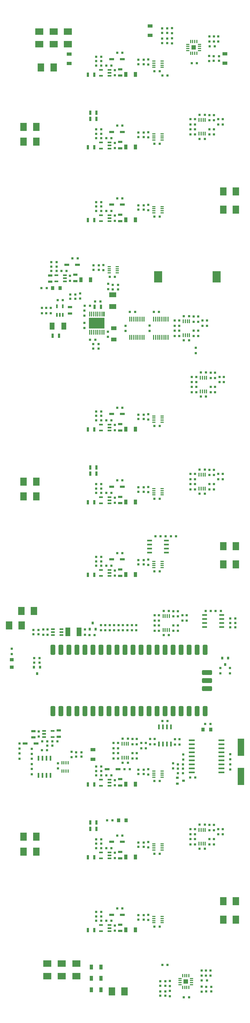
<source format=gtp>
G04*
G04 #@! TF.GenerationSoftware,Altium Limited,Altium Designer,22.4.2 (48)*
G04*
G04 Layer_Color=8421504*
%FSAX44Y44*%
%MOMM*%
G71*
G04*
G04 #@! TF.SameCoordinates,DBCC749B-C238-474B-BC69-C92A193A0D89*
G04*
G04*
G04 #@! TF.FilePolarity,Positive*
G04*
G01*
G75*
%ADD16R,2.6000X3.6000*%
%ADD17R,0.8000X0.8000*%
%ADD18R,0.8000X0.8000*%
%ADD19R,2.5000X2.0000*%
%ADD20R,1.6000X1.0000*%
%ADD21R,1.6000X0.8000*%
G04:AMPARAMS|DCode=22|XSize=3.2mm|YSize=1.6mm|CornerRadius=0.4mm|HoleSize=0mm|Usage=FLASHONLY|Rotation=270.000|XOffset=0mm|YOffset=0mm|HoleType=Round|Shape=RoundedRectangle|*
%AMROUNDEDRECTD22*
21,1,3.2000,0.8000,0,0,270.0*
21,1,2.4000,1.6000,0,0,270.0*
1,1,0.8000,-0.4000,-1.2000*
1,1,0.8000,-0.4000,1.2000*
1,1,0.8000,0.4000,1.2000*
1,1,0.8000,0.4000,-1.2000*
%
%ADD22ROUNDEDRECTD22*%
G04:AMPARAMS|DCode=23|XSize=3.2mm|YSize=1.6mm|CornerRadius=0.4mm|HoleSize=0mm|Usage=FLASHONLY|Rotation=0.000|XOffset=0mm|YOffset=0mm|HoleType=Round|Shape=RoundedRectangle|*
%AMROUNDEDRECTD23*
21,1,3.2000,0.8000,0,0,0.0*
21,1,2.4000,1.6000,0,0,0.0*
1,1,0.8000,1.2000,-0.4000*
1,1,0.8000,-1.2000,-0.4000*
1,1,0.8000,-1.2000,0.4000*
1,1,0.8000,1.2000,0.4000*
%
%ADD23ROUNDEDRECTD23*%
%ADD24R,0.4500X1.5000*%
%ADD25R,0.9500X0.8000*%
%ADD26R,1.5000X2.8000*%
%ADD27R,0.8000X1.4000*%
%ADD28R,1.4000X0.8000*%
%ADD29R,0.9900X0.3400*%
%ADD30R,0.3400X0.9900*%
%ADD31R,0.8000X0.9500*%
%ADD32R,2.3000X1.5000*%
%ADD33R,1.5000X2.3000*%
%ADD34R,1.2000X0.6000*%
%ADD35R,2.0000X2.5000*%
%ADD36R,1.0000X1.3000*%
%ADD37R,0.4000X1.1000*%
%ADD38R,0.6000X1.5500*%
%ADD39R,1.9000X0.6000*%
%ADD40R,2.0000X5.5000*%
%ADD41R,1.3000X1.0000*%
%ADD42R,1.7000X1.2500*%
%ADD43R,5.0000X3.4000*%
G04:AMPARAMS|DCode=44|XSize=1.5mm|YSize=0.45mm|CornerRadius=0.1125mm|HoleSize=0mm|Usage=FLASHONLY|Rotation=270.000|XOffset=0mm|YOffset=0mm|HoleType=Round|Shape=RoundedRectangle|*
%AMROUNDEDRECTD44*
21,1,1.5000,0.2250,0,0,270.0*
21,1,1.2750,0.4500,0,0,270.0*
1,1,0.2250,-0.1125,-0.6375*
1,1,0.2250,-0.1125,0.6375*
1,1,0.2250,0.1125,0.6375*
1,1,0.2250,0.1125,-0.6375*
%
%ADD44ROUNDEDRECTD44*%
%ADD45R,0.6000X1.2000*%
%ADD46R,1.0000X1.6000*%
%ADD47R,1.5500X0.6000*%
%ADD48R,0.4500X1.1500*%
%ADD49R,1.1000X0.4000*%
G36*
X00583200Y00144800D02*
X00596800D01*
Y00131200D01*
X00583200D01*
Y00144800D01*
D02*
G37*
G36*
X00608200Y03098800D02*
X00621800D01*
Y03085200D01*
X00608200D01*
Y03098800D01*
D02*
G37*
D16*
X00502500Y02367000D02*
D03*
X00687500D02*
D03*
D17*
X00701250Y01310000D02*
D03*
X00684750D02*
D03*
X00515750Y03003000D02*
D03*
X00532250D02*
D03*
X00581250Y00811000D02*
D03*
X00564750D02*
D03*
X00581250Y00797000D02*
D03*
X00564750D02*
D03*
X00620250Y00783000D02*
D03*
X00603750D02*
D03*
X00389250Y00369000D02*
D03*
X00372750D02*
D03*
X00389250Y01493000D02*
D03*
X00372750D02*
D03*
X00358750Y02341000D02*
D03*
X00375250D02*
D03*
X00358750Y02327000D02*
D03*
X00375250D02*
D03*
X00240250Y02311000D02*
D03*
X00223750D02*
D03*
X00240250Y02297000D02*
D03*
X00223750D02*
D03*
X00600250Y00088000D02*
D03*
X00583750D02*
D03*
X00525250Y00107000D02*
D03*
X00508750D02*
D03*
X00525250Y00139000D02*
D03*
X00508750D02*
D03*
X00525255Y00092998D02*
D03*
X00508755D02*
D03*
X00525255Y00124997D02*
D03*
X00508755D02*
D03*
X00654745Y00121003D02*
D03*
X00671245D02*
D03*
X00654750Y00107000D02*
D03*
X00671250D02*
D03*
X00640750Y00142000D02*
D03*
X00657250D02*
D03*
X00284750Y01234000D02*
D03*
X00149250Y02331000D02*
D03*
X00132750D02*
D03*
X00126250Y01147000D02*
D03*
X00109750D02*
D03*
X00126250Y01161000D02*
D03*
X00109750Y01161000D02*
D03*
X00242750Y00863000D02*
D03*
X00259250D02*
D03*
X00242750Y00849000D02*
D03*
X00259250D02*
D03*
X00581250Y00825000D02*
D03*
X00564750Y00825000D02*
D03*
X00515750Y00962000D02*
D03*
X00532250D02*
D03*
X00133750Y00870000D02*
D03*
X00150250Y00870000D02*
D03*
X00123250Y01250000D02*
D03*
X00106750D02*
D03*
X00123250Y01236000D02*
D03*
X00106750Y01236000D02*
D03*
X00301250Y01234000D02*
D03*
X00319250Y02289000D02*
D03*
X00302750D02*
D03*
X00296750Y02154000D02*
D03*
X00313250D02*
D03*
X00286750Y02168000D02*
D03*
X00303250D02*
D03*
X00665750Y03096000D02*
D03*
X00682250D02*
D03*
X00695250Y03050000D02*
D03*
X00678750D02*
D03*
X00695245Y03064003D02*
D03*
X00678745D02*
D03*
X00625250Y03042000D02*
D03*
X00608750D02*
D03*
X00531255Y03105998D02*
D03*
X00514755D02*
D03*
X00531250Y03120000D02*
D03*
X00514750D02*
D03*
X00531255Y03137997D02*
D03*
X00514755D02*
D03*
X00531250Y03152000D02*
D03*
X00514750D02*
D03*
X00389250Y03075000D02*
D03*
X00372750D02*
D03*
X00305750Y03063000D02*
D03*
X00322250D02*
D03*
X00305750Y03049000D02*
D03*
X00322250D02*
D03*
X00389250Y02845000D02*
D03*
X00372750D02*
D03*
X00305750Y02833000D02*
D03*
X00322250D02*
D03*
Y02819000D02*
D03*
X00305750D02*
D03*
X00389250Y02615000D02*
D03*
X00372750D02*
D03*
X00305750Y02603000D02*
D03*
X00322250D02*
D03*
X00305750Y02589000D02*
D03*
X00322250D02*
D03*
X00559250Y01546000D02*
D03*
X00542750D02*
D03*
X00526250D02*
D03*
X00493750D02*
D03*
X00510250D02*
D03*
X00313250Y02140000D02*
D03*
X00296750D02*
D03*
X00183750Y02293000D02*
D03*
X00200250D02*
D03*
X00286250Y02275000D02*
D03*
X00269750D02*
D03*
X00247250Y02425000D02*
D03*
X00230750D02*
D03*
X00163750Y02413000D02*
D03*
X00180250D02*
D03*
X00163750Y02399000D02*
D03*
X00180250D02*
D03*
X00305750Y00358000D02*
D03*
X00322250D02*
D03*
Y00344000D02*
D03*
X00305750D02*
D03*
X00389250Y00600000D02*
D03*
X00372750D02*
D03*
X00305750Y00588000D02*
D03*
X00322250D02*
D03*
X00322250Y00574000D02*
D03*
X00305750D02*
D03*
X00395750Y00810000D02*
D03*
X00412250D02*
D03*
X00305750Y01481000D02*
D03*
X00322250D02*
D03*
X00305750Y01467000D02*
D03*
X00322250D02*
D03*
X00305750Y03035000D02*
D03*
X00322250D02*
D03*
X00305750Y02805000D02*
D03*
X00322250D02*
D03*
X00305750Y02575000D02*
D03*
X00322250D02*
D03*
X00163750Y02385000D02*
D03*
X00180250D02*
D03*
X00183250Y00898000D02*
D03*
X00166750D02*
D03*
X00305750Y01913000D02*
D03*
X00322250D02*
D03*
X00305750Y01683000D02*
D03*
X00322250D02*
D03*
X00305750Y01453000D02*
D03*
X00322250D02*
D03*
X00305750Y00790000D02*
D03*
X00322250D02*
D03*
X00305750Y00560000D02*
D03*
X00322250D02*
D03*
X00305750Y00330000D02*
D03*
X00322250D02*
D03*
X00305750Y01697000D02*
D03*
X00322250D02*
D03*
X00305750Y01711000D02*
D03*
X00322250D02*
D03*
X00389250Y01723000D02*
D03*
X00372750Y01723000D02*
D03*
X00389250Y01953000D02*
D03*
X00372750D02*
D03*
X00305750Y01941000D02*
D03*
X00322250D02*
D03*
Y01927000D02*
D03*
X00305750D02*
D03*
X00505250Y02256000D02*
D03*
X00488750D02*
D03*
X00429250D02*
D03*
X00412750D02*
D03*
X00730750Y01286000D02*
D03*
X00747250D02*
D03*
X00730750Y01272000D02*
D03*
X00747250D02*
D03*
X00730750Y01258000D02*
D03*
X00747250Y01258000D02*
D03*
X00669250Y01310000D02*
D03*
X00652750D02*
D03*
X00322250Y00818000D02*
D03*
X00305750D02*
D03*
Y00804000D02*
D03*
X00322250D02*
D03*
X00150750Y00884000D02*
D03*
X00167250D02*
D03*
X00651750Y00953000D02*
D03*
X00668250Y00953000D02*
D03*
X00633750Y00558000D02*
D03*
X00650250D02*
D03*
X00633750Y00634000D02*
D03*
X00650250Y00634000D02*
D03*
X00600250Y02242000D02*
D03*
X00583750D02*
D03*
X00600250Y02166000D02*
D03*
X00583750D02*
D03*
X00654250Y02064000D02*
D03*
X00637750D02*
D03*
X00654250Y01988000D02*
D03*
X00637750D02*
D03*
X00456250Y00334000D02*
D03*
X00439750D02*
D03*
X00456251Y00347998D02*
D03*
X00439751D02*
D03*
X00490750Y00312000D02*
D03*
X00507250D02*
D03*
X00337750Y00330000D02*
D03*
X00354250D02*
D03*
X00507250Y03017000D02*
D03*
X00490750D02*
D03*
X00456251Y03052998D02*
D03*
X00439751D02*
D03*
X00456250Y03039000D02*
D03*
X00439750D02*
D03*
X00195750Y02385000D02*
D03*
X00212250D02*
D03*
X00337750Y03035000D02*
D03*
X00354250D02*
D03*
X00337750Y02805000D02*
D03*
X00354250D02*
D03*
X00354250Y02575000D02*
D03*
X00337750D02*
D03*
Y01913000D02*
D03*
X00354250D02*
D03*
X00337750Y01683000D02*
D03*
X00354250D02*
D03*
X00337750Y01453000D02*
D03*
X00354250D02*
D03*
X00337750Y00790000D02*
D03*
X00354250D02*
D03*
X00337750Y00560000D02*
D03*
X00354250D02*
D03*
X00151250Y00898000D02*
D03*
X00134750D02*
D03*
X00365250Y02367000D02*
D03*
X00348750D02*
D03*
X00314251Y02402998D02*
D03*
X00297751D02*
D03*
X00314250Y02389000D02*
D03*
X00297750D02*
D03*
X00507250Y02787000D02*
D03*
X00490750D02*
D03*
X00456251Y02822998D02*
D03*
X00439751D02*
D03*
X00456250Y02809000D02*
D03*
X00439750D02*
D03*
X00507250Y02557000D02*
D03*
X00490750D02*
D03*
X00456251Y02592998D02*
D03*
X00439751D02*
D03*
X00456250Y02579000D02*
D03*
X00439750D02*
D03*
X00456251Y01930998D02*
D03*
X00439751D02*
D03*
X00456250Y01917000D02*
D03*
X00439750D02*
D03*
X00456251Y01700998D02*
D03*
X00439751D02*
D03*
X00456250Y01687000D02*
D03*
X00439750D02*
D03*
X00456251Y01470998D02*
D03*
X00439751D02*
D03*
X00456250Y01457000D02*
D03*
X00439750D02*
D03*
X00456251Y00807998D02*
D03*
X00439751D02*
D03*
X00456250Y00794000D02*
D03*
X00439750D02*
D03*
X00456251Y00577998D02*
D03*
X00439751D02*
D03*
X00456250Y00564000D02*
D03*
X00439750D02*
D03*
X00357250Y00648000D02*
D03*
X00340750D02*
D03*
X00519750Y01310000D02*
D03*
X00536250D02*
D03*
X00519750Y01234000D02*
D03*
X00536250Y01234000D02*
D03*
X00507250Y01895000D02*
D03*
X00490750D02*
D03*
X00507250Y01665000D02*
D03*
X00490750D02*
D03*
X00507250Y01435000D02*
D03*
X00490750D02*
D03*
X00507250Y00772000D02*
D03*
X00490750D02*
D03*
X00507250Y00542000D02*
D03*
X00490750D02*
D03*
X00532250Y00191000D02*
D03*
X00515750D02*
D03*
X00406250Y00906000D02*
D03*
X00389750D02*
D03*
X00406250Y00830000D02*
D03*
X00389750D02*
D03*
X00650250Y01757000D02*
D03*
X00633750D02*
D03*
X00650250Y01681000D02*
D03*
X00633750D02*
D03*
X00650250Y02803000D02*
D03*
X00633750D02*
D03*
X00650250Y02879000D02*
D03*
X00633750D02*
D03*
D18*
X00619000Y01711250D02*
D03*
Y01694750D02*
D03*
X00623000Y02033750D02*
D03*
Y02050250D02*
D03*
X00679000Y02816750D02*
D03*
Y02833250D02*
D03*
X00665000D02*
D03*
Y02816750D02*
D03*
X00707000Y02865250D02*
D03*
Y02848750D02*
D03*
X00693000D02*
D03*
Y02865250D02*
D03*
X00619000Y02833250D02*
D03*
Y02816750D02*
D03*
Y02848750D02*
D03*
Y02865250D02*
D03*
X00683000Y02001750D02*
D03*
Y02018250D02*
D03*
X00669000Y02018250D02*
D03*
Y02001750D02*
D03*
X00582000Y00839750D02*
D03*
Y00856250D02*
D03*
X00550000Y00811750D02*
D03*
Y00828250D02*
D03*
X00419000Y01248750D02*
D03*
Y01265250D02*
D03*
X00377000Y01248750D02*
D03*
Y01265250D02*
D03*
X00349000Y01248750D02*
D03*
Y01265250D02*
D03*
X00343999Y02327752D02*
D03*
Y02344252D02*
D03*
X00255000Y02297750D02*
D03*
Y02314250D02*
D03*
X00540000Y00108250D02*
D03*
Y00091750D02*
D03*
Y00140250D02*
D03*
Y00123750D02*
D03*
X00640000Y00105750D02*
D03*
Y00122250D02*
D03*
X00640000Y00173250D02*
D03*
Y00156750D02*
D03*
X00654000Y00173250D02*
D03*
Y00156750D02*
D03*
X00668000Y00173250D02*
D03*
Y00156750D02*
D03*
X00063000Y00874750D02*
D03*
Y00891250D02*
D03*
X00555000Y02196250D02*
D03*
Y02179750D02*
D03*
X00343000Y02176750D02*
D03*
Y02193250D02*
D03*
X00362999Y01248752D02*
D03*
X00391000Y01248750D02*
D03*
X00433000Y01248750D02*
D03*
X00405000Y01248750D02*
D03*
X00391000Y01265250D02*
D03*
X00038000Y01190250D02*
D03*
X00435000Y00843750D02*
D03*
X00228000Y00847750D02*
D03*
Y00864250D02*
D03*
X00185000Y00811750D02*
D03*
Y00828250D02*
D03*
X00491000Y00905250D02*
D03*
Y00888750D02*
D03*
X00477000D02*
D03*
Y00905250D02*
D03*
X00556000Y00904250D02*
D03*
Y00887750D02*
D03*
X00570000D02*
D03*
Y00904250D02*
D03*
X00731000Y00840750D02*
D03*
X00731000Y00857250D02*
D03*
X00731000Y00825250D02*
D03*
X00731000Y00808750D02*
D03*
X00102000Y00874250D02*
D03*
X00102000Y00857750D02*
D03*
X00102000Y00842250D02*
D03*
Y00825750D02*
D03*
X00102000Y00810250D02*
D03*
Y00793750D02*
D03*
X00138000Y01234750D02*
D03*
Y01251250D02*
D03*
X00152000Y01251250D02*
D03*
X00152000Y01234750D02*
D03*
X00270000Y01251250D02*
D03*
X00270000Y01234750D02*
D03*
X00321001Y01248747D02*
D03*
Y01265247D02*
D03*
X00335000Y01265250D02*
D03*
Y01248750D02*
D03*
X00362999Y01265252D02*
D03*
X00433000Y01265250D02*
D03*
X00038000Y01173750D02*
D03*
X00693000Y03127250D02*
D03*
Y03110750D02*
D03*
X00679000Y03110750D02*
D03*
Y03127250D02*
D03*
X00665000Y03110750D02*
D03*
Y03127250D02*
D03*
X00664000Y03048750D02*
D03*
Y03065250D02*
D03*
X00546000Y03121250D02*
D03*
Y03104750D02*
D03*
Y03153250D02*
D03*
Y03136750D02*
D03*
X00148000Y02268250D02*
D03*
Y02251750D02*
D03*
X00162000D02*
D03*
Y02268250D02*
D03*
X00134000Y02268250D02*
D03*
Y02251750D02*
D03*
X00269000Y02260250D02*
D03*
Y02243750D02*
D03*
X00700000Y01112750D02*
D03*
X00700000Y01129250D02*
D03*
X00405000Y01265250D02*
D03*
X00622000Y02142250D02*
D03*
Y02125750D02*
D03*
X00475000Y02212250D02*
D03*
Y02195750D02*
D03*
X00269000Y02221250D02*
D03*
Y02204750D02*
D03*
X00399000Y02212000D02*
D03*
Y02195500D02*
D03*
X00730000Y01112750D02*
D03*
Y01129250D02*
D03*
X00063000Y00859250D02*
D03*
Y00842750D02*
D03*
X00605000Y00588250D02*
D03*
Y00571750D02*
D03*
X00679000D02*
D03*
Y00588250D02*
D03*
X00605000Y00603750D02*
D03*
Y00620250D02*
D03*
X00707000Y00620250D02*
D03*
Y00603750D02*
D03*
X00619000Y00588250D02*
D03*
X00619000Y00571750D02*
D03*
X00619000Y00603750D02*
D03*
Y00620250D02*
D03*
X00665000Y00616750D02*
D03*
Y00633250D02*
D03*
X00679000D02*
D03*
Y00616750D02*
D03*
X00693000Y00603750D02*
D03*
X00693000Y00620250D02*
D03*
X00665000Y00588250D02*
D03*
Y00571750D02*
D03*
X00615000Y02179750D02*
D03*
Y02196250D02*
D03*
X00643000Y02228250D02*
D03*
Y02211750D02*
D03*
X00629000Y02241250D02*
D03*
Y02224750D02*
D03*
X00615000Y02224750D02*
D03*
Y02241250D02*
D03*
X00569000Y02228250D02*
D03*
Y02211750D02*
D03*
X00569000Y02179750D02*
D03*
Y02196250D02*
D03*
X00657000Y02211750D02*
D03*
Y02228250D02*
D03*
X00555000Y02228250D02*
D03*
Y02211750D02*
D03*
X00629000Y02196250D02*
D03*
Y02179750D02*
D03*
X00697000Y02050250D02*
D03*
Y02033750D02*
D03*
X00683000Y02063250D02*
D03*
Y02046750D02*
D03*
X00669000Y02046750D02*
D03*
Y02063250D02*
D03*
X00623000Y02001750D02*
D03*
Y02018250D02*
D03*
X00711000Y02033750D02*
D03*
Y02050250D02*
D03*
X00609000Y02050250D02*
D03*
Y02033750D02*
D03*
X00609000Y02001750D02*
D03*
Y02018250D02*
D03*
X00471000Y00349250D02*
D03*
Y00332750D02*
D03*
X00365000Y00315250D02*
D03*
X00365000Y00298750D02*
D03*
X00471000Y03054250D02*
D03*
Y03037750D02*
D03*
X00223000Y02370250D02*
D03*
Y02353750D02*
D03*
X00365000Y03020250D02*
D03*
Y03003750D02*
D03*
Y02790250D02*
D03*
Y02773750D02*
D03*
Y02543750D02*
D03*
Y02560250D02*
D03*
Y01898250D02*
D03*
Y01881750D02*
D03*
Y01668250D02*
D03*
Y01651750D02*
D03*
Y01438250D02*
D03*
Y01421750D02*
D03*
Y00775250D02*
D03*
Y00758750D02*
D03*
Y00545250D02*
D03*
Y00528750D02*
D03*
X00124000Y00912750D02*
D03*
Y00929250D02*
D03*
X00329000Y02404250D02*
D03*
Y02387750D02*
D03*
X00471000Y02824250D02*
D03*
Y02807750D02*
D03*
Y02594250D02*
D03*
Y02577750D02*
D03*
Y01932250D02*
D03*
Y01915750D02*
D03*
Y01702250D02*
D03*
Y01685750D02*
D03*
Y01472250D02*
D03*
Y01455750D02*
D03*
Y00809250D02*
D03*
Y00792750D02*
D03*
X00471000Y00579250D02*
D03*
Y00562750D02*
D03*
X00551000Y01264250D02*
D03*
Y01247750D02*
D03*
X00579000Y01279750D02*
D03*
Y01296250D02*
D03*
X00565000Y01292750D02*
D03*
Y01309250D02*
D03*
X00551000D02*
D03*
Y01292750D02*
D03*
X00505000Y01279750D02*
D03*
X00505000Y01296250D02*
D03*
X00505000Y01264250D02*
D03*
Y01247750D02*
D03*
X00593000Y01296250D02*
D03*
Y01279750D02*
D03*
X00491000Y01279750D02*
D03*
Y01296250D02*
D03*
X00565000Y01247750D02*
D03*
Y01264250D02*
D03*
X00491000D02*
D03*
Y01247750D02*
D03*
X00421000Y00843750D02*
D03*
Y00860250D02*
D03*
X00449000Y00892250D02*
D03*
Y00875750D02*
D03*
X00435000Y00905250D02*
D03*
X00435000Y00888750D02*
D03*
X00421000Y00888750D02*
D03*
Y00905250D02*
D03*
X00375000Y00892250D02*
D03*
X00375000Y00875750D02*
D03*
X00375000Y00843750D02*
D03*
Y00860250D02*
D03*
X00463000Y00875750D02*
D03*
Y00892250D02*
D03*
X00361000D02*
D03*
Y00875750D02*
D03*
X00435000Y00860250D02*
D03*
X00361000Y00843750D02*
D03*
Y00860250D02*
D03*
X00665000Y01694750D02*
D03*
Y01711250D02*
D03*
X00693000Y01743250D02*
D03*
Y01726750D02*
D03*
X00679000Y01756250D02*
D03*
Y01739750D02*
D03*
X00665000Y01739750D02*
D03*
Y01756250D02*
D03*
X00619000Y01743250D02*
D03*
Y01726750D02*
D03*
X00707000Y01726750D02*
D03*
Y01743250D02*
D03*
X00605000Y01743250D02*
D03*
Y01726750D02*
D03*
X00679000Y01711250D02*
D03*
Y01694750D02*
D03*
X00605000Y01694750D02*
D03*
Y01711250D02*
D03*
X00605000Y02816750D02*
D03*
Y02833250D02*
D03*
Y02865250D02*
D03*
Y02848750D02*
D03*
X00679000Y02878250D02*
D03*
Y02861750D02*
D03*
X00665000Y02861750D02*
D03*
Y02878250D02*
D03*
D19*
X00243000Y00155000D02*
D03*
Y00195000D02*
D03*
X00197000Y00155000D02*
D03*
Y00195000D02*
D03*
X00126000Y03142000D02*
D03*
Y03102000D02*
D03*
X00171000Y03142000D02*
D03*
Y03102000D02*
D03*
X00216000D02*
D03*
Y03142000D02*
D03*
X00151000Y00195000D02*
D03*
Y00155000D02*
D03*
D20*
X00220000Y03071000D02*
D03*
Y03041000D02*
D03*
X00714000Y03072000D02*
D03*
Y03042000D02*
D03*
X00477000Y03130000D02*
D03*
X00477000Y03160000D02*
D03*
X00296000Y00871000D02*
D03*
Y00841000D02*
D03*
D21*
X00389000Y00349000D02*
D03*
X00355000D02*
D03*
X00389000Y01473000D02*
D03*
X00355000D02*
D03*
X00389000Y03055000D02*
D03*
X00355000D02*
D03*
X00389000Y02825000D02*
D03*
X00355000D02*
D03*
X00389000Y02595000D02*
D03*
X00355000D02*
D03*
X00247000Y02405000D02*
D03*
X00213000D02*
D03*
X00389000Y00580000D02*
D03*
X00355000D02*
D03*
X00375000Y00810000D02*
D03*
X00341000D02*
D03*
X00081000Y00891000D02*
D03*
X00115000D02*
D03*
X00389000Y01703000D02*
D03*
X00355000D02*
D03*
X00389000Y01933000D02*
D03*
X00355000D02*
D03*
D22*
X00194100Y01186900D02*
D03*
X00219500D02*
D03*
X00244900D02*
D03*
X00270300D02*
D03*
X00321100D02*
D03*
X00346500D02*
D03*
X00422700D02*
D03*
X00448100D02*
D03*
X00473500D02*
D03*
X00498900D02*
D03*
X00244900Y00993100D02*
D03*
X00397300D02*
D03*
X00422700D02*
D03*
X00371900D02*
D03*
X00346500D02*
D03*
X00321100D02*
D03*
X00295700D02*
D03*
X00270300D02*
D03*
X00219500D02*
D03*
X00194100D02*
D03*
X00168700D02*
D03*
X00651300Y01186900D02*
D03*
X00625900D02*
D03*
X00600500D02*
D03*
X00575100D02*
D03*
X00549700D02*
D03*
X00524300D02*
D03*
X00651300Y00993100D02*
D03*
X00625900D02*
D03*
X00600500D02*
D03*
X00575100D02*
D03*
X00549700D02*
D03*
X00524300D02*
D03*
X00498900D02*
D03*
X00473500D02*
D03*
X00448100D02*
D03*
X00168700Y01186900D02*
D03*
X00397300D02*
D03*
X00371900D02*
D03*
X00295700D02*
D03*
D23*
X00657000Y01115400D02*
D03*
Y01090000D02*
D03*
Y01064600D02*
D03*
D24*
X00533750Y02233000D02*
D03*
X00527250D02*
D03*
X00285250Y02249000D02*
D03*
X00324250D02*
D03*
X00291750D02*
D03*
X00311250D02*
D03*
X00317750D02*
D03*
X00304750D02*
D03*
X00298250D02*
D03*
X00330750Y02191000D02*
D03*
X00324250D02*
D03*
X00317750D02*
D03*
X00311250D02*
D03*
X00304750D02*
D03*
X00298250D02*
D03*
X00291750D02*
D03*
X00285250D02*
D03*
X00520750Y02233000D02*
D03*
X00514250Y02233000D02*
D03*
X00507750D02*
D03*
X00501250Y02233000D02*
D03*
X00494750D02*
D03*
X00488250D02*
D03*
X00533750Y02175000D02*
D03*
X00527250D02*
D03*
X00520750Y02175000D02*
D03*
X00514250Y02175000D02*
D03*
X00507750D02*
D03*
X00501250D02*
D03*
X00494750Y02175000D02*
D03*
X00488250D02*
D03*
X00457750Y02233000D02*
D03*
X00431750D02*
D03*
X00425250D02*
D03*
X00418750D02*
D03*
X00412250D02*
D03*
X00457750Y02175000D02*
D03*
X00451250D02*
D03*
X00444750D02*
D03*
X00438250D02*
D03*
X00431750D02*
D03*
X00425250D02*
D03*
X00418750D02*
D03*
X00412250D02*
D03*
X00438250Y02233000D02*
D03*
X00444750D02*
D03*
X00451250D02*
D03*
D25*
X00563000Y00782500D02*
D03*
X00583000Y00773000D02*
D03*
X00563000Y00763500D02*
D03*
D26*
X00216250Y01244000D02*
D03*
X00251750D02*
D03*
D27*
X00188000Y02180000D02*
D03*
X00168000D02*
D03*
X00287000Y02886000D02*
D03*
X00307000D02*
D03*
X00287000Y01764000D02*
D03*
X00307000D02*
D03*
X00287000Y00641000D02*
D03*
X00307000D02*
D03*
X00307000Y02866000D02*
D03*
X00287000D02*
D03*
Y00621000D02*
D03*
X00307000D02*
D03*
X00300000Y00301000D02*
D03*
X00280000D02*
D03*
X00307000Y01744000D02*
D03*
X00287000D02*
D03*
X00301000Y02272000D02*
D03*
X00321000D02*
D03*
X00280000Y03006000D02*
D03*
X00300000D02*
D03*
X00280000Y02776000D02*
D03*
X00300000D02*
D03*
X00280000Y02546000D02*
D03*
X00300000D02*
D03*
X00280000Y01884000D02*
D03*
X00300000D02*
D03*
X00280000Y01654000D02*
D03*
X00300000D02*
D03*
X00280000Y01424000D02*
D03*
X00300000D02*
D03*
X00280000Y00761000D02*
D03*
X00300000D02*
D03*
X00280000Y00531000D02*
D03*
X00300000D02*
D03*
D28*
X00223000Y02251000D02*
D03*
Y02271000D02*
D03*
X00160000Y02371000D02*
D03*
Y02351000D02*
D03*
X00187000Y00912000D02*
D03*
Y00932000D02*
D03*
X00382000Y03023000D02*
D03*
Y03003000D02*
D03*
Y02793000D02*
D03*
Y02773000D02*
D03*
Y02563000D02*
D03*
Y02543000D02*
D03*
X00240000Y02373000D02*
D03*
Y02353000D02*
D03*
X00107000Y00910000D02*
D03*
Y00930000D02*
D03*
X00382000Y01901000D02*
D03*
Y01881000D02*
D03*
Y01671000D02*
D03*
Y01651000D02*
D03*
Y01441000D02*
D03*
Y01421000D02*
D03*
Y00778000D02*
D03*
Y00758000D02*
D03*
Y00548000D02*
D03*
Y00528000D02*
D03*
Y00318000D02*
D03*
Y00298000D02*
D03*
D29*
X00571400Y00128250D02*
D03*
Y00134750D02*
D03*
Y00141250D02*
D03*
Y00147750D02*
D03*
X00608600D02*
D03*
Y00141250D02*
D03*
Y00134750D02*
D03*
Y00128250D02*
D03*
X00633600Y03082250D02*
D03*
Y03088750D02*
D03*
Y03095250D02*
D03*
Y03101750D02*
D03*
X00596400D02*
D03*
Y03095250D02*
D03*
Y03088750D02*
D03*
Y03082250D02*
D03*
D30*
X00599750Y00119400D02*
D03*
X00593250D02*
D03*
X00586750D02*
D03*
X00580250D02*
D03*
Y00156600D02*
D03*
X00586750D02*
D03*
X00593250D02*
D03*
X00599750D02*
D03*
X00624750Y03110600D02*
D03*
X00618250D02*
D03*
X00611750D02*
D03*
X00605250D02*
D03*
X00605250Y03073400D02*
D03*
X00611750D02*
D03*
X00618250D02*
D03*
X00624750D02*
D03*
D31*
X00295000Y01272000D02*
D03*
X00285500Y01252000D02*
D03*
X00304500D02*
D03*
X00109000Y01132000D02*
D03*
X00118500Y01112000D02*
D03*
X00128000Y01132000D02*
D03*
X00705500Y01161000D02*
D03*
X00715000Y01141000D02*
D03*
X00724500Y01161000D02*
D03*
D32*
X00358000Y02272500D02*
D03*
Y02309500D02*
D03*
D33*
X00203500Y02211000D02*
D03*
X00166500D02*
D03*
D34*
X00168500Y01233500D02*
D03*
X00168500Y01252500D02*
D03*
X00168500Y01243000D02*
D03*
X00195500Y01233500D02*
D03*
X00195500Y01243000D02*
D03*
X00195500Y01252500D02*
D03*
X00348500Y03002500D02*
D03*
Y03012000D02*
D03*
Y03021500D02*
D03*
X00321500D02*
D03*
Y03002500D02*
D03*
X00348500Y02772500D02*
D03*
Y02782000D02*
D03*
Y02791500D02*
D03*
X00321500D02*
D03*
Y02772500D02*
D03*
X00348500Y02542500D02*
D03*
Y02552000D02*
D03*
Y02561500D02*
D03*
X00321500D02*
D03*
Y02542500D02*
D03*
X00206500Y02352500D02*
D03*
Y02362000D02*
D03*
Y02371500D02*
D03*
X00179500D02*
D03*
Y02352500D02*
D03*
X00140500Y00930500D02*
D03*
Y00921000D02*
D03*
Y00911500D02*
D03*
X00167500D02*
D03*
Y00930500D02*
D03*
X00348500Y01880500D02*
D03*
Y01890000D02*
D03*
Y01899500D02*
D03*
X00321500D02*
D03*
Y01880500D02*
D03*
X00348500Y01650500D02*
D03*
Y01660000D02*
D03*
Y01669500D02*
D03*
X00321500D02*
D03*
Y01650500D02*
D03*
X00348500Y01420500D02*
D03*
Y01430000D02*
D03*
Y01439500D02*
D03*
X00321500D02*
D03*
Y01420500D02*
D03*
X00348500Y00757500D02*
D03*
Y00767000D02*
D03*
Y00776500D02*
D03*
X00321500D02*
D03*
Y00757500D02*
D03*
X00348500Y00527500D02*
D03*
Y00537000D02*
D03*
Y00546500D02*
D03*
X00321500D02*
D03*
Y00527500D02*
D03*
X00348500Y00297500D02*
D03*
Y00307000D02*
D03*
Y00316500D02*
D03*
X00321500D02*
D03*
Y00297500D02*
D03*
D35*
X00070000Y01264000D02*
D03*
X00069000Y01310000D02*
D03*
X00076000Y00596000D02*
D03*
X00116000D02*
D03*
X00076000Y00549000D02*
D03*
X00116000D02*
D03*
X00076000Y01719000D02*
D03*
X00116000D02*
D03*
X00076000Y01672000D02*
D03*
X00116000D02*
D03*
X00076000Y02841000D02*
D03*
X00116000D02*
D03*
X00076000Y02794000D02*
D03*
X00116000Y02794000D02*
D03*
X00356000Y00107000D02*
D03*
X00396000Y00107000D02*
D03*
X00131000Y03029000D02*
D03*
X00171000D02*
D03*
X00749000Y02637000D02*
D03*
X00709000D02*
D03*
X00749000Y02579000D02*
D03*
X00709000D02*
D03*
X00749000Y01457000D02*
D03*
X00709000D02*
D03*
X00109000Y01310000D02*
D03*
X00030000Y01264000D02*
D03*
X00749000Y00334000D02*
D03*
X00709000D02*
D03*
Y01515000D02*
D03*
X00749000D02*
D03*
X00709000Y00392000D02*
D03*
X00749000D02*
D03*
D36*
X00168000Y02331000D02*
D03*
X00192000D02*
D03*
X00401000Y00648000D02*
D03*
X00377000D02*
D03*
X00645000Y00935000D02*
D03*
X00669000D02*
D03*
D37*
X00216750Y00830000D02*
D03*
X00210250Y00830000D02*
D03*
X00203750Y00830000D02*
D03*
X00197250Y00830000D02*
D03*
X00216750Y00804000D02*
D03*
X00210250D02*
D03*
X00203750D02*
D03*
X00197250D02*
D03*
D38*
X00504950Y00943000D02*
D03*
X00517650D02*
D03*
X00530350D02*
D03*
X00543050D02*
D03*
X00504950Y00889000D02*
D03*
X00517650D02*
D03*
X00530350D02*
D03*
X00543050D02*
D03*
X00161050Y00790000D02*
D03*
X00148350D02*
D03*
X00135650D02*
D03*
X00122950D02*
D03*
X00161050Y00844000D02*
D03*
X00148350D02*
D03*
X00135650D02*
D03*
X00122950D02*
D03*
D39*
X00703000Y00799200D02*
D03*
Y00900800D02*
D03*
X00703000Y00888100D02*
D03*
Y00875400D02*
D03*
X00703000Y00862700D02*
D03*
X00703000Y00850000D02*
D03*
X00703000Y00837300D02*
D03*
X00703000Y00824600D02*
D03*
Y00811900D02*
D03*
X00609000Y00900800D02*
D03*
Y00875400D02*
D03*
X00609000Y00888100D02*
D03*
Y00824600D02*
D03*
X00609000Y00837300D02*
D03*
X00609000Y00850000D02*
D03*
X00609000Y00862700D02*
D03*
Y00811900D02*
D03*
Y00799200D02*
D03*
D40*
X00765000Y00787000D02*
D03*
Y00879000D02*
D03*
D41*
X00038000Y01156000D02*
D03*
Y01132000D02*
D03*
D42*
X00362000Y02203750D02*
D03*
Y02168250D02*
D03*
D43*
X00308000Y02220000D02*
D03*
D44*
X00330750Y02249000D02*
D03*
D45*
X00181500Y02246500D02*
D03*
X00191000D02*
D03*
X00200500D02*
D03*
Y02273500D02*
D03*
X00181500D02*
D03*
D46*
X00321000Y00184000D02*
D03*
X00291000D02*
D03*
X00321000Y00148000D02*
D03*
X00291000D02*
D03*
X00321000Y00112000D02*
D03*
X00291000D02*
D03*
X00258000Y02357000D02*
D03*
X00288000D02*
D03*
X00430000Y01425000D02*
D03*
X00400000D02*
D03*
X00430000Y01655000D02*
D03*
X00400000D02*
D03*
X00430000Y00302000D02*
D03*
X00400000D02*
D03*
Y03007000D02*
D03*
X00430000D02*
D03*
X00400000Y02777000D02*
D03*
X00430000D02*
D03*
X00400000Y02547000D02*
D03*
X00430000D02*
D03*
X00400000Y01885000D02*
D03*
X00430000D02*
D03*
Y00762000D02*
D03*
X00400000D02*
D03*
X00430000Y00532000D02*
D03*
X00400000D02*
D03*
D47*
X00474998Y01494949D02*
D03*
Y01507649D02*
D03*
Y01520349D02*
D03*
Y01533049D02*
D03*
X00528998Y01494949D02*
D03*
Y01507649D02*
D03*
Y01520349D02*
D03*
Y01533049D02*
D03*
X00649997Y01258948D02*
D03*
Y01271648D02*
D03*
X00649997Y01284348D02*
D03*
X00649997Y01297048D02*
D03*
X00703997Y01258948D02*
D03*
Y01271648D02*
D03*
X00703997Y01284348D02*
D03*
X00703997Y01297048D02*
D03*
D48*
X00632250Y00574250D02*
D03*
X00638750D02*
D03*
X00645250D02*
D03*
X00651750D02*
D03*
Y00617750D02*
D03*
X00645250Y00617750D02*
D03*
X00638750D02*
D03*
X00632250D02*
D03*
X00582250Y02182250D02*
D03*
X00588750D02*
D03*
X00595250D02*
D03*
X00601750D02*
D03*
Y02225750D02*
D03*
X00595250D02*
D03*
X00588750D02*
D03*
X00582250D02*
D03*
X00636250Y02004250D02*
D03*
X00642750D02*
D03*
X00649250D02*
D03*
X00655750D02*
D03*
Y02047750D02*
D03*
X00649250D02*
D03*
X00642750D02*
D03*
X00636250D02*
D03*
X00518250Y01293750D02*
D03*
X00524750D02*
D03*
X00531250D02*
D03*
X00537750Y01293750D02*
D03*
Y01250250D02*
D03*
X00531250D02*
D03*
X00524750D02*
D03*
X00518250D02*
D03*
X00632250Y02862750D02*
D03*
X00638750D02*
D03*
X00645250D02*
D03*
X00651750D02*
D03*
Y02819250D02*
D03*
X00645250D02*
D03*
X00638750D02*
D03*
X00632250D02*
D03*
X00388250Y00889750D02*
D03*
X00394750D02*
D03*
X00401250Y00889750D02*
D03*
X00407750Y00889750D02*
D03*
Y00846250D02*
D03*
X00401250D02*
D03*
X00394750Y00846250D02*
D03*
X00388250D02*
D03*
X00632250Y01740750D02*
D03*
X00638750D02*
D03*
X00645250D02*
D03*
X00651750D02*
D03*
Y01697250D02*
D03*
X00645250D02*
D03*
X00638750D02*
D03*
X00632250D02*
D03*
D49*
X00515000Y00324250D02*
D03*
Y00330750D02*
D03*
Y00337250D02*
D03*
Y00343750D02*
D03*
X00489000Y00324250D02*
D03*
Y00330750D02*
D03*
Y00337250D02*
D03*
Y00343750D02*
D03*
Y03048750D02*
D03*
Y03042250D02*
D03*
Y03035750D02*
D03*
Y03029250D02*
D03*
X00515000Y03048750D02*
D03*
Y03042250D02*
D03*
Y03035750D02*
D03*
Y03029250D02*
D03*
X00347000Y02398750D02*
D03*
Y02392250D02*
D03*
Y02385750D02*
D03*
Y02379250D02*
D03*
X00373000Y02398750D02*
D03*
X00373000Y02392250D02*
D03*
X00373000Y02385750D02*
D03*
X00373000Y02379250D02*
D03*
X00489000Y02818750D02*
D03*
Y02812250D02*
D03*
Y02805750D02*
D03*
Y02799250D02*
D03*
X00515000Y02818750D02*
D03*
Y02812250D02*
D03*
Y02805750D02*
D03*
Y02799250D02*
D03*
X00489000Y02588750D02*
D03*
Y02582250D02*
D03*
Y02575750D02*
D03*
Y02569250D02*
D03*
X00515000Y02588750D02*
D03*
Y02582250D02*
D03*
Y02575750D02*
D03*
Y02569250D02*
D03*
X00489000Y01926750D02*
D03*
Y01920250D02*
D03*
Y01913750D02*
D03*
Y01907250D02*
D03*
X00515000Y01926750D02*
D03*
Y01920250D02*
D03*
Y01913750D02*
D03*
Y01907250D02*
D03*
X00489000Y01696750D02*
D03*
Y01690250D02*
D03*
Y01683750D02*
D03*
Y01677250D02*
D03*
X00515000Y01696750D02*
D03*
Y01690250D02*
D03*
Y01683750D02*
D03*
Y01677250D02*
D03*
X00489000Y01466750D02*
D03*
Y01460250D02*
D03*
Y01453750D02*
D03*
Y01447250D02*
D03*
X00515000Y01466750D02*
D03*
Y01460250D02*
D03*
Y01453750D02*
D03*
Y01447250D02*
D03*
X00489000Y00803750D02*
D03*
Y00797250D02*
D03*
Y00790750D02*
D03*
Y00784250D02*
D03*
X00515000Y00803750D02*
D03*
Y00797250D02*
D03*
Y00790750D02*
D03*
Y00784250D02*
D03*
X00489000Y00573750D02*
D03*
Y00567250D02*
D03*
Y00560750D02*
D03*
Y00554250D02*
D03*
X00515000Y00573750D02*
D03*
Y00567250D02*
D03*
Y00560750D02*
D03*
Y00554250D02*
D03*
M02*

</source>
